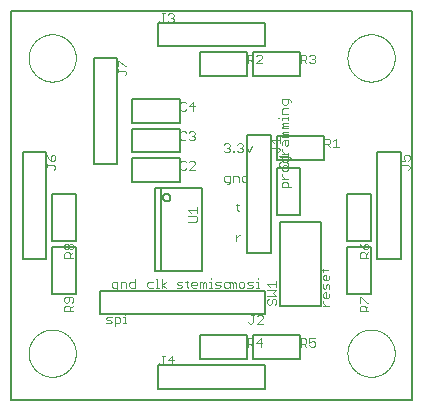
<source format=gto>
G75*
%MOIN*%
%OFA0B0*%
%FSLAX25Y25*%
%IPPOS*%
%LPD*%
%AMOC8*
5,1,8,0,0,1.08239X$1,22.5*
%
%ADD10C,0.00500*%
%ADD11C,0.00000*%
%ADD12C,0.00300*%
D10*
X0003000Y0003000D02*
X0003000Y0132921D01*
X0136858Y0132921D01*
X0136858Y0003000D01*
X0003000Y0003000D01*
X0032764Y0031701D02*
X0032764Y0039575D01*
X0087882Y0039575D01*
X0087882Y0031701D01*
X0032764Y0031701D01*
X0024654Y0038433D02*
X0024654Y0054181D01*
X0016780Y0054181D01*
X0016780Y0038433D01*
X0024654Y0038433D01*
X0014811Y0050244D02*
X0006937Y0050244D01*
X0006937Y0085677D01*
X0014811Y0085677D01*
X0014811Y0050244D01*
X0016780Y0056150D02*
X0024654Y0056150D01*
X0024654Y0071898D01*
X0016780Y0071898D01*
X0016780Y0056150D01*
X0030559Y0081740D02*
X0030559Y0117173D01*
X0038433Y0117173D01*
X0038433Y0081740D01*
X0030559Y0081740D01*
X0043551Y0083709D02*
X0043551Y0075835D01*
X0059299Y0075835D01*
X0059299Y0083709D01*
X0043551Y0083709D01*
X0043551Y0085677D02*
X0043551Y0093551D01*
X0059299Y0093551D01*
X0059299Y0085677D01*
X0043551Y0085677D01*
X0043551Y0095520D02*
X0043551Y0103394D01*
X0059299Y0103394D01*
X0059299Y0095520D01*
X0043551Y0095520D01*
X0051031Y0073866D02*
X0053000Y0073866D01*
X0053000Y0046307D01*
X0053394Y0046307D01*
X0066780Y0046307D01*
X0066780Y0073866D01*
X0053000Y0073866D01*
X0051031Y0073866D02*
X0051031Y0046307D01*
X0053000Y0046307D01*
X0065992Y0024654D02*
X0065992Y0016780D01*
X0081740Y0016780D01*
X0081740Y0024654D01*
X0065992Y0024654D01*
X0052213Y0014811D02*
X0087646Y0014811D01*
X0087646Y0006937D01*
X0052213Y0006937D01*
X0052213Y0014811D01*
X0083709Y0016780D02*
X0083709Y0024654D01*
X0099457Y0024654D01*
X0099457Y0016780D01*
X0083709Y0016780D01*
X0092567Y0034575D02*
X0106268Y0034575D01*
X0106268Y0062449D01*
X0092567Y0062449D01*
X0092567Y0034575D01*
X0089614Y0052213D02*
X0081740Y0052213D01*
X0081740Y0091583D01*
X0089614Y0091583D01*
X0089614Y0052213D01*
X0091583Y0064811D02*
X0099457Y0064811D01*
X0099457Y0080559D01*
X0091583Y0080559D01*
X0091583Y0064811D01*
X0091583Y0083315D02*
X0091583Y0091189D01*
X0107331Y0091189D01*
X0107331Y0083315D01*
X0091583Y0083315D01*
X0115205Y0071898D02*
X0123079Y0071898D01*
X0123079Y0056150D01*
X0115205Y0056150D01*
X0115205Y0071898D01*
X0125047Y0085677D02*
X0125047Y0050244D01*
X0132921Y0050244D01*
X0132921Y0085677D01*
X0125047Y0085677D01*
X0099457Y0111268D02*
X0099457Y0119142D01*
X0083709Y0119142D01*
X0083709Y0111268D01*
X0099457Y0111268D01*
X0087646Y0121110D02*
X0052213Y0121110D01*
X0052213Y0128984D01*
X0087646Y0128984D01*
X0087646Y0121110D01*
X0081740Y0119142D02*
X0065992Y0119142D01*
X0065992Y0111268D01*
X0081740Y0111268D01*
X0081740Y0119142D01*
X0053724Y0070717D02*
X0053726Y0070787D01*
X0053732Y0070858D01*
X0053742Y0070927D01*
X0053756Y0070996D01*
X0053774Y0071065D01*
X0053795Y0071132D01*
X0053820Y0071198D01*
X0053849Y0071262D01*
X0053882Y0071324D01*
X0053918Y0071385D01*
X0053958Y0071443D01*
X0054000Y0071499D01*
X0054046Y0071553D01*
X0054095Y0071604D01*
X0054146Y0071652D01*
X0054201Y0071697D01*
X0054257Y0071739D01*
X0054316Y0071777D01*
X0054377Y0071812D01*
X0054440Y0071844D01*
X0054505Y0071872D01*
X0054571Y0071897D01*
X0054638Y0071917D01*
X0054707Y0071934D01*
X0054776Y0071947D01*
X0054846Y0071956D01*
X0054916Y0071961D01*
X0054987Y0071962D01*
X0055057Y0071959D01*
X0055127Y0071952D01*
X0055197Y0071941D01*
X0055266Y0071926D01*
X0055334Y0071907D01*
X0055400Y0071885D01*
X0055466Y0071859D01*
X0055530Y0071829D01*
X0055592Y0071795D01*
X0055652Y0071758D01*
X0055709Y0071718D01*
X0055765Y0071674D01*
X0055818Y0071628D01*
X0055868Y0071578D01*
X0055915Y0071526D01*
X0055959Y0071471D01*
X0056000Y0071414D01*
X0056038Y0071355D01*
X0056073Y0071293D01*
X0056103Y0071230D01*
X0056131Y0071165D01*
X0056154Y0071098D01*
X0056174Y0071031D01*
X0056190Y0070962D01*
X0056202Y0070893D01*
X0056210Y0070823D01*
X0056214Y0070752D01*
X0056214Y0070682D01*
X0056210Y0070611D01*
X0056202Y0070541D01*
X0056190Y0070472D01*
X0056174Y0070403D01*
X0056154Y0070336D01*
X0056131Y0070269D01*
X0056103Y0070204D01*
X0056073Y0070141D01*
X0056038Y0070079D01*
X0056000Y0070020D01*
X0055959Y0069963D01*
X0055915Y0069908D01*
X0055868Y0069856D01*
X0055818Y0069806D01*
X0055765Y0069760D01*
X0055709Y0069716D01*
X0055652Y0069676D01*
X0055591Y0069639D01*
X0055530Y0069605D01*
X0055466Y0069575D01*
X0055400Y0069549D01*
X0055334Y0069527D01*
X0055266Y0069508D01*
X0055197Y0069493D01*
X0055127Y0069482D01*
X0055057Y0069475D01*
X0054987Y0069472D01*
X0054916Y0069473D01*
X0054846Y0069478D01*
X0054776Y0069487D01*
X0054707Y0069500D01*
X0054638Y0069517D01*
X0054571Y0069537D01*
X0054505Y0069562D01*
X0054440Y0069590D01*
X0054377Y0069622D01*
X0054316Y0069657D01*
X0054257Y0069695D01*
X0054201Y0069737D01*
X0054146Y0069782D01*
X0054095Y0069830D01*
X0054046Y0069881D01*
X0054000Y0069935D01*
X0053958Y0069991D01*
X0053918Y0070049D01*
X0053882Y0070110D01*
X0053849Y0070172D01*
X0053820Y0070236D01*
X0053795Y0070302D01*
X0053774Y0070369D01*
X0053756Y0070438D01*
X0053742Y0070507D01*
X0053732Y0070576D01*
X0053726Y0070647D01*
X0053724Y0070717D01*
X0115205Y0054181D02*
X0115205Y0038433D01*
X0123079Y0038433D01*
X0123079Y0054181D01*
X0115205Y0054181D01*
D11*
X0115205Y0018748D02*
X0115207Y0018941D01*
X0115214Y0019134D01*
X0115226Y0019327D01*
X0115243Y0019520D01*
X0115264Y0019712D01*
X0115290Y0019903D01*
X0115321Y0020094D01*
X0115356Y0020284D01*
X0115396Y0020473D01*
X0115441Y0020661D01*
X0115490Y0020848D01*
X0115544Y0021034D01*
X0115602Y0021218D01*
X0115665Y0021401D01*
X0115733Y0021582D01*
X0115804Y0021761D01*
X0115881Y0021939D01*
X0115961Y0022115D01*
X0116046Y0022288D01*
X0116135Y0022460D01*
X0116228Y0022629D01*
X0116325Y0022796D01*
X0116427Y0022961D01*
X0116532Y0023123D01*
X0116641Y0023282D01*
X0116755Y0023439D01*
X0116872Y0023592D01*
X0116992Y0023743D01*
X0117117Y0023891D01*
X0117245Y0024036D01*
X0117376Y0024177D01*
X0117511Y0024316D01*
X0117650Y0024451D01*
X0117791Y0024582D01*
X0117936Y0024710D01*
X0118084Y0024835D01*
X0118235Y0024955D01*
X0118388Y0025072D01*
X0118545Y0025186D01*
X0118704Y0025295D01*
X0118866Y0025400D01*
X0119031Y0025502D01*
X0119198Y0025599D01*
X0119367Y0025692D01*
X0119539Y0025781D01*
X0119712Y0025866D01*
X0119888Y0025946D01*
X0120066Y0026023D01*
X0120245Y0026094D01*
X0120426Y0026162D01*
X0120609Y0026225D01*
X0120793Y0026283D01*
X0120979Y0026337D01*
X0121166Y0026386D01*
X0121354Y0026431D01*
X0121543Y0026471D01*
X0121733Y0026506D01*
X0121924Y0026537D01*
X0122115Y0026563D01*
X0122307Y0026584D01*
X0122500Y0026601D01*
X0122693Y0026613D01*
X0122886Y0026620D01*
X0123079Y0026622D01*
X0123272Y0026620D01*
X0123465Y0026613D01*
X0123658Y0026601D01*
X0123851Y0026584D01*
X0124043Y0026563D01*
X0124234Y0026537D01*
X0124425Y0026506D01*
X0124615Y0026471D01*
X0124804Y0026431D01*
X0124992Y0026386D01*
X0125179Y0026337D01*
X0125365Y0026283D01*
X0125549Y0026225D01*
X0125732Y0026162D01*
X0125913Y0026094D01*
X0126092Y0026023D01*
X0126270Y0025946D01*
X0126446Y0025866D01*
X0126619Y0025781D01*
X0126791Y0025692D01*
X0126960Y0025599D01*
X0127127Y0025502D01*
X0127292Y0025400D01*
X0127454Y0025295D01*
X0127613Y0025186D01*
X0127770Y0025072D01*
X0127923Y0024955D01*
X0128074Y0024835D01*
X0128222Y0024710D01*
X0128367Y0024582D01*
X0128508Y0024451D01*
X0128647Y0024316D01*
X0128782Y0024177D01*
X0128913Y0024036D01*
X0129041Y0023891D01*
X0129166Y0023743D01*
X0129286Y0023592D01*
X0129403Y0023439D01*
X0129517Y0023282D01*
X0129626Y0023123D01*
X0129731Y0022961D01*
X0129833Y0022796D01*
X0129930Y0022629D01*
X0130023Y0022460D01*
X0130112Y0022288D01*
X0130197Y0022115D01*
X0130277Y0021939D01*
X0130354Y0021761D01*
X0130425Y0021582D01*
X0130493Y0021401D01*
X0130556Y0021218D01*
X0130614Y0021034D01*
X0130668Y0020848D01*
X0130717Y0020661D01*
X0130762Y0020473D01*
X0130802Y0020284D01*
X0130837Y0020094D01*
X0130868Y0019903D01*
X0130894Y0019712D01*
X0130915Y0019520D01*
X0130932Y0019327D01*
X0130944Y0019134D01*
X0130951Y0018941D01*
X0130953Y0018748D01*
X0130951Y0018555D01*
X0130944Y0018362D01*
X0130932Y0018169D01*
X0130915Y0017976D01*
X0130894Y0017784D01*
X0130868Y0017593D01*
X0130837Y0017402D01*
X0130802Y0017212D01*
X0130762Y0017023D01*
X0130717Y0016835D01*
X0130668Y0016648D01*
X0130614Y0016462D01*
X0130556Y0016278D01*
X0130493Y0016095D01*
X0130425Y0015914D01*
X0130354Y0015735D01*
X0130277Y0015557D01*
X0130197Y0015381D01*
X0130112Y0015208D01*
X0130023Y0015036D01*
X0129930Y0014867D01*
X0129833Y0014700D01*
X0129731Y0014535D01*
X0129626Y0014373D01*
X0129517Y0014214D01*
X0129403Y0014057D01*
X0129286Y0013904D01*
X0129166Y0013753D01*
X0129041Y0013605D01*
X0128913Y0013460D01*
X0128782Y0013319D01*
X0128647Y0013180D01*
X0128508Y0013045D01*
X0128367Y0012914D01*
X0128222Y0012786D01*
X0128074Y0012661D01*
X0127923Y0012541D01*
X0127770Y0012424D01*
X0127613Y0012310D01*
X0127454Y0012201D01*
X0127292Y0012096D01*
X0127127Y0011994D01*
X0126960Y0011897D01*
X0126791Y0011804D01*
X0126619Y0011715D01*
X0126446Y0011630D01*
X0126270Y0011550D01*
X0126092Y0011473D01*
X0125913Y0011402D01*
X0125732Y0011334D01*
X0125549Y0011271D01*
X0125365Y0011213D01*
X0125179Y0011159D01*
X0124992Y0011110D01*
X0124804Y0011065D01*
X0124615Y0011025D01*
X0124425Y0010990D01*
X0124234Y0010959D01*
X0124043Y0010933D01*
X0123851Y0010912D01*
X0123658Y0010895D01*
X0123465Y0010883D01*
X0123272Y0010876D01*
X0123079Y0010874D01*
X0122886Y0010876D01*
X0122693Y0010883D01*
X0122500Y0010895D01*
X0122307Y0010912D01*
X0122115Y0010933D01*
X0121924Y0010959D01*
X0121733Y0010990D01*
X0121543Y0011025D01*
X0121354Y0011065D01*
X0121166Y0011110D01*
X0120979Y0011159D01*
X0120793Y0011213D01*
X0120609Y0011271D01*
X0120426Y0011334D01*
X0120245Y0011402D01*
X0120066Y0011473D01*
X0119888Y0011550D01*
X0119712Y0011630D01*
X0119539Y0011715D01*
X0119367Y0011804D01*
X0119198Y0011897D01*
X0119031Y0011994D01*
X0118866Y0012096D01*
X0118704Y0012201D01*
X0118545Y0012310D01*
X0118388Y0012424D01*
X0118235Y0012541D01*
X0118084Y0012661D01*
X0117936Y0012786D01*
X0117791Y0012914D01*
X0117650Y0013045D01*
X0117511Y0013180D01*
X0117376Y0013319D01*
X0117245Y0013460D01*
X0117117Y0013605D01*
X0116992Y0013753D01*
X0116872Y0013904D01*
X0116755Y0014057D01*
X0116641Y0014214D01*
X0116532Y0014373D01*
X0116427Y0014535D01*
X0116325Y0014700D01*
X0116228Y0014867D01*
X0116135Y0015036D01*
X0116046Y0015208D01*
X0115961Y0015381D01*
X0115881Y0015557D01*
X0115804Y0015735D01*
X0115733Y0015914D01*
X0115665Y0016095D01*
X0115602Y0016278D01*
X0115544Y0016462D01*
X0115490Y0016648D01*
X0115441Y0016835D01*
X0115396Y0017023D01*
X0115356Y0017212D01*
X0115321Y0017402D01*
X0115290Y0017593D01*
X0115264Y0017784D01*
X0115243Y0017976D01*
X0115226Y0018169D01*
X0115214Y0018362D01*
X0115207Y0018555D01*
X0115205Y0018748D01*
X0008906Y0018748D02*
X0008908Y0018941D01*
X0008915Y0019134D01*
X0008927Y0019327D01*
X0008944Y0019520D01*
X0008965Y0019712D01*
X0008991Y0019903D01*
X0009022Y0020094D01*
X0009057Y0020284D01*
X0009097Y0020473D01*
X0009142Y0020661D01*
X0009191Y0020848D01*
X0009245Y0021034D01*
X0009303Y0021218D01*
X0009366Y0021401D01*
X0009434Y0021582D01*
X0009505Y0021761D01*
X0009582Y0021939D01*
X0009662Y0022115D01*
X0009747Y0022288D01*
X0009836Y0022460D01*
X0009929Y0022629D01*
X0010026Y0022796D01*
X0010128Y0022961D01*
X0010233Y0023123D01*
X0010342Y0023282D01*
X0010456Y0023439D01*
X0010573Y0023592D01*
X0010693Y0023743D01*
X0010818Y0023891D01*
X0010946Y0024036D01*
X0011077Y0024177D01*
X0011212Y0024316D01*
X0011351Y0024451D01*
X0011492Y0024582D01*
X0011637Y0024710D01*
X0011785Y0024835D01*
X0011936Y0024955D01*
X0012089Y0025072D01*
X0012246Y0025186D01*
X0012405Y0025295D01*
X0012567Y0025400D01*
X0012732Y0025502D01*
X0012899Y0025599D01*
X0013068Y0025692D01*
X0013240Y0025781D01*
X0013413Y0025866D01*
X0013589Y0025946D01*
X0013767Y0026023D01*
X0013946Y0026094D01*
X0014127Y0026162D01*
X0014310Y0026225D01*
X0014494Y0026283D01*
X0014680Y0026337D01*
X0014867Y0026386D01*
X0015055Y0026431D01*
X0015244Y0026471D01*
X0015434Y0026506D01*
X0015625Y0026537D01*
X0015816Y0026563D01*
X0016008Y0026584D01*
X0016201Y0026601D01*
X0016394Y0026613D01*
X0016587Y0026620D01*
X0016780Y0026622D01*
X0016973Y0026620D01*
X0017166Y0026613D01*
X0017359Y0026601D01*
X0017552Y0026584D01*
X0017744Y0026563D01*
X0017935Y0026537D01*
X0018126Y0026506D01*
X0018316Y0026471D01*
X0018505Y0026431D01*
X0018693Y0026386D01*
X0018880Y0026337D01*
X0019066Y0026283D01*
X0019250Y0026225D01*
X0019433Y0026162D01*
X0019614Y0026094D01*
X0019793Y0026023D01*
X0019971Y0025946D01*
X0020147Y0025866D01*
X0020320Y0025781D01*
X0020492Y0025692D01*
X0020661Y0025599D01*
X0020828Y0025502D01*
X0020993Y0025400D01*
X0021155Y0025295D01*
X0021314Y0025186D01*
X0021471Y0025072D01*
X0021624Y0024955D01*
X0021775Y0024835D01*
X0021923Y0024710D01*
X0022068Y0024582D01*
X0022209Y0024451D01*
X0022348Y0024316D01*
X0022483Y0024177D01*
X0022614Y0024036D01*
X0022742Y0023891D01*
X0022867Y0023743D01*
X0022987Y0023592D01*
X0023104Y0023439D01*
X0023218Y0023282D01*
X0023327Y0023123D01*
X0023432Y0022961D01*
X0023534Y0022796D01*
X0023631Y0022629D01*
X0023724Y0022460D01*
X0023813Y0022288D01*
X0023898Y0022115D01*
X0023978Y0021939D01*
X0024055Y0021761D01*
X0024126Y0021582D01*
X0024194Y0021401D01*
X0024257Y0021218D01*
X0024315Y0021034D01*
X0024369Y0020848D01*
X0024418Y0020661D01*
X0024463Y0020473D01*
X0024503Y0020284D01*
X0024538Y0020094D01*
X0024569Y0019903D01*
X0024595Y0019712D01*
X0024616Y0019520D01*
X0024633Y0019327D01*
X0024645Y0019134D01*
X0024652Y0018941D01*
X0024654Y0018748D01*
X0024652Y0018555D01*
X0024645Y0018362D01*
X0024633Y0018169D01*
X0024616Y0017976D01*
X0024595Y0017784D01*
X0024569Y0017593D01*
X0024538Y0017402D01*
X0024503Y0017212D01*
X0024463Y0017023D01*
X0024418Y0016835D01*
X0024369Y0016648D01*
X0024315Y0016462D01*
X0024257Y0016278D01*
X0024194Y0016095D01*
X0024126Y0015914D01*
X0024055Y0015735D01*
X0023978Y0015557D01*
X0023898Y0015381D01*
X0023813Y0015208D01*
X0023724Y0015036D01*
X0023631Y0014867D01*
X0023534Y0014700D01*
X0023432Y0014535D01*
X0023327Y0014373D01*
X0023218Y0014214D01*
X0023104Y0014057D01*
X0022987Y0013904D01*
X0022867Y0013753D01*
X0022742Y0013605D01*
X0022614Y0013460D01*
X0022483Y0013319D01*
X0022348Y0013180D01*
X0022209Y0013045D01*
X0022068Y0012914D01*
X0021923Y0012786D01*
X0021775Y0012661D01*
X0021624Y0012541D01*
X0021471Y0012424D01*
X0021314Y0012310D01*
X0021155Y0012201D01*
X0020993Y0012096D01*
X0020828Y0011994D01*
X0020661Y0011897D01*
X0020492Y0011804D01*
X0020320Y0011715D01*
X0020147Y0011630D01*
X0019971Y0011550D01*
X0019793Y0011473D01*
X0019614Y0011402D01*
X0019433Y0011334D01*
X0019250Y0011271D01*
X0019066Y0011213D01*
X0018880Y0011159D01*
X0018693Y0011110D01*
X0018505Y0011065D01*
X0018316Y0011025D01*
X0018126Y0010990D01*
X0017935Y0010959D01*
X0017744Y0010933D01*
X0017552Y0010912D01*
X0017359Y0010895D01*
X0017166Y0010883D01*
X0016973Y0010876D01*
X0016780Y0010874D01*
X0016587Y0010876D01*
X0016394Y0010883D01*
X0016201Y0010895D01*
X0016008Y0010912D01*
X0015816Y0010933D01*
X0015625Y0010959D01*
X0015434Y0010990D01*
X0015244Y0011025D01*
X0015055Y0011065D01*
X0014867Y0011110D01*
X0014680Y0011159D01*
X0014494Y0011213D01*
X0014310Y0011271D01*
X0014127Y0011334D01*
X0013946Y0011402D01*
X0013767Y0011473D01*
X0013589Y0011550D01*
X0013413Y0011630D01*
X0013240Y0011715D01*
X0013068Y0011804D01*
X0012899Y0011897D01*
X0012732Y0011994D01*
X0012567Y0012096D01*
X0012405Y0012201D01*
X0012246Y0012310D01*
X0012089Y0012424D01*
X0011936Y0012541D01*
X0011785Y0012661D01*
X0011637Y0012786D01*
X0011492Y0012914D01*
X0011351Y0013045D01*
X0011212Y0013180D01*
X0011077Y0013319D01*
X0010946Y0013460D01*
X0010818Y0013605D01*
X0010693Y0013753D01*
X0010573Y0013904D01*
X0010456Y0014057D01*
X0010342Y0014214D01*
X0010233Y0014373D01*
X0010128Y0014535D01*
X0010026Y0014700D01*
X0009929Y0014867D01*
X0009836Y0015036D01*
X0009747Y0015208D01*
X0009662Y0015381D01*
X0009582Y0015557D01*
X0009505Y0015735D01*
X0009434Y0015914D01*
X0009366Y0016095D01*
X0009303Y0016278D01*
X0009245Y0016462D01*
X0009191Y0016648D01*
X0009142Y0016835D01*
X0009097Y0017023D01*
X0009057Y0017212D01*
X0009022Y0017402D01*
X0008991Y0017593D01*
X0008965Y0017784D01*
X0008944Y0017976D01*
X0008927Y0018169D01*
X0008915Y0018362D01*
X0008908Y0018555D01*
X0008906Y0018748D01*
X0008906Y0117173D02*
X0008908Y0117366D01*
X0008915Y0117559D01*
X0008927Y0117752D01*
X0008944Y0117945D01*
X0008965Y0118137D01*
X0008991Y0118328D01*
X0009022Y0118519D01*
X0009057Y0118709D01*
X0009097Y0118898D01*
X0009142Y0119086D01*
X0009191Y0119273D01*
X0009245Y0119459D01*
X0009303Y0119643D01*
X0009366Y0119826D01*
X0009434Y0120007D01*
X0009505Y0120186D01*
X0009582Y0120364D01*
X0009662Y0120540D01*
X0009747Y0120713D01*
X0009836Y0120885D01*
X0009929Y0121054D01*
X0010026Y0121221D01*
X0010128Y0121386D01*
X0010233Y0121548D01*
X0010342Y0121707D01*
X0010456Y0121864D01*
X0010573Y0122017D01*
X0010693Y0122168D01*
X0010818Y0122316D01*
X0010946Y0122461D01*
X0011077Y0122602D01*
X0011212Y0122741D01*
X0011351Y0122876D01*
X0011492Y0123007D01*
X0011637Y0123135D01*
X0011785Y0123260D01*
X0011936Y0123380D01*
X0012089Y0123497D01*
X0012246Y0123611D01*
X0012405Y0123720D01*
X0012567Y0123825D01*
X0012732Y0123927D01*
X0012899Y0124024D01*
X0013068Y0124117D01*
X0013240Y0124206D01*
X0013413Y0124291D01*
X0013589Y0124371D01*
X0013767Y0124448D01*
X0013946Y0124519D01*
X0014127Y0124587D01*
X0014310Y0124650D01*
X0014494Y0124708D01*
X0014680Y0124762D01*
X0014867Y0124811D01*
X0015055Y0124856D01*
X0015244Y0124896D01*
X0015434Y0124931D01*
X0015625Y0124962D01*
X0015816Y0124988D01*
X0016008Y0125009D01*
X0016201Y0125026D01*
X0016394Y0125038D01*
X0016587Y0125045D01*
X0016780Y0125047D01*
X0016973Y0125045D01*
X0017166Y0125038D01*
X0017359Y0125026D01*
X0017552Y0125009D01*
X0017744Y0124988D01*
X0017935Y0124962D01*
X0018126Y0124931D01*
X0018316Y0124896D01*
X0018505Y0124856D01*
X0018693Y0124811D01*
X0018880Y0124762D01*
X0019066Y0124708D01*
X0019250Y0124650D01*
X0019433Y0124587D01*
X0019614Y0124519D01*
X0019793Y0124448D01*
X0019971Y0124371D01*
X0020147Y0124291D01*
X0020320Y0124206D01*
X0020492Y0124117D01*
X0020661Y0124024D01*
X0020828Y0123927D01*
X0020993Y0123825D01*
X0021155Y0123720D01*
X0021314Y0123611D01*
X0021471Y0123497D01*
X0021624Y0123380D01*
X0021775Y0123260D01*
X0021923Y0123135D01*
X0022068Y0123007D01*
X0022209Y0122876D01*
X0022348Y0122741D01*
X0022483Y0122602D01*
X0022614Y0122461D01*
X0022742Y0122316D01*
X0022867Y0122168D01*
X0022987Y0122017D01*
X0023104Y0121864D01*
X0023218Y0121707D01*
X0023327Y0121548D01*
X0023432Y0121386D01*
X0023534Y0121221D01*
X0023631Y0121054D01*
X0023724Y0120885D01*
X0023813Y0120713D01*
X0023898Y0120540D01*
X0023978Y0120364D01*
X0024055Y0120186D01*
X0024126Y0120007D01*
X0024194Y0119826D01*
X0024257Y0119643D01*
X0024315Y0119459D01*
X0024369Y0119273D01*
X0024418Y0119086D01*
X0024463Y0118898D01*
X0024503Y0118709D01*
X0024538Y0118519D01*
X0024569Y0118328D01*
X0024595Y0118137D01*
X0024616Y0117945D01*
X0024633Y0117752D01*
X0024645Y0117559D01*
X0024652Y0117366D01*
X0024654Y0117173D01*
X0024652Y0116980D01*
X0024645Y0116787D01*
X0024633Y0116594D01*
X0024616Y0116401D01*
X0024595Y0116209D01*
X0024569Y0116018D01*
X0024538Y0115827D01*
X0024503Y0115637D01*
X0024463Y0115448D01*
X0024418Y0115260D01*
X0024369Y0115073D01*
X0024315Y0114887D01*
X0024257Y0114703D01*
X0024194Y0114520D01*
X0024126Y0114339D01*
X0024055Y0114160D01*
X0023978Y0113982D01*
X0023898Y0113806D01*
X0023813Y0113633D01*
X0023724Y0113461D01*
X0023631Y0113292D01*
X0023534Y0113125D01*
X0023432Y0112960D01*
X0023327Y0112798D01*
X0023218Y0112639D01*
X0023104Y0112482D01*
X0022987Y0112329D01*
X0022867Y0112178D01*
X0022742Y0112030D01*
X0022614Y0111885D01*
X0022483Y0111744D01*
X0022348Y0111605D01*
X0022209Y0111470D01*
X0022068Y0111339D01*
X0021923Y0111211D01*
X0021775Y0111086D01*
X0021624Y0110966D01*
X0021471Y0110849D01*
X0021314Y0110735D01*
X0021155Y0110626D01*
X0020993Y0110521D01*
X0020828Y0110419D01*
X0020661Y0110322D01*
X0020492Y0110229D01*
X0020320Y0110140D01*
X0020147Y0110055D01*
X0019971Y0109975D01*
X0019793Y0109898D01*
X0019614Y0109827D01*
X0019433Y0109759D01*
X0019250Y0109696D01*
X0019066Y0109638D01*
X0018880Y0109584D01*
X0018693Y0109535D01*
X0018505Y0109490D01*
X0018316Y0109450D01*
X0018126Y0109415D01*
X0017935Y0109384D01*
X0017744Y0109358D01*
X0017552Y0109337D01*
X0017359Y0109320D01*
X0017166Y0109308D01*
X0016973Y0109301D01*
X0016780Y0109299D01*
X0016587Y0109301D01*
X0016394Y0109308D01*
X0016201Y0109320D01*
X0016008Y0109337D01*
X0015816Y0109358D01*
X0015625Y0109384D01*
X0015434Y0109415D01*
X0015244Y0109450D01*
X0015055Y0109490D01*
X0014867Y0109535D01*
X0014680Y0109584D01*
X0014494Y0109638D01*
X0014310Y0109696D01*
X0014127Y0109759D01*
X0013946Y0109827D01*
X0013767Y0109898D01*
X0013589Y0109975D01*
X0013413Y0110055D01*
X0013240Y0110140D01*
X0013068Y0110229D01*
X0012899Y0110322D01*
X0012732Y0110419D01*
X0012567Y0110521D01*
X0012405Y0110626D01*
X0012246Y0110735D01*
X0012089Y0110849D01*
X0011936Y0110966D01*
X0011785Y0111086D01*
X0011637Y0111211D01*
X0011492Y0111339D01*
X0011351Y0111470D01*
X0011212Y0111605D01*
X0011077Y0111744D01*
X0010946Y0111885D01*
X0010818Y0112030D01*
X0010693Y0112178D01*
X0010573Y0112329D01*
X0010456Y0112482D01*
X0010342Y0112639D01*
X0010233Y0112798D01*
X0010128Y0112960D01*
X0010026Y0113125D01*
X0009929Y0113292D01*
X0009836Y0113461D01*
X0009747Y0113633D01*
X0009662Y0113806D01*
X0009582Y0113982D01*
X0009505Y0114160D01*
X0009434Y0114339D01*
X0009366Y0114520D01*
X0009303Y0114703D01*
X0009245Y0114887D01*
X0009191Y0115073D01*
X0009142Y0115260D01*
X0009097Y0115448D01*
X0009057Y0115637D01*
X0009022Y0115827D01*
X0008991Y0116018D01*
X0008965Y0116209D01*
X0008944Y0116401D01*
X0008927Y0116594D01*
X0008915Y0116787D01*
X0008908Y0116980D01*
X0008906Y0117173D01*
X0115205Y0117173D02*
X0115207Y0117366D01*
X0115214Y0117559D01*
X0115226Y0117752D01*
X0115243Y0117945D01*
X0115264Y0118137D01*
X0115290Y0118328D01*
X0115321Y0118519D01*
X0115356Y0118709D01*
X0115396Y0118898D01*
X0115441Y0119086D01*
X0115490Y0119273D01*
X0115544Y0119459D01*
X0115602Y0119643D01*
X0115665Y0119826D01*
X0115733Y0120007D01*
X0115804Y0120186D01*
X0115881Y0120364D01*
X0115961Y0120540D01*
X0116046Y0120713D01*
X0116135Y0120885D01*
X0116228Y0121054D01*
X0116325Y0121221D01*
X0116427Y0121386D01*
X0116532Y0121548D01*
X0116641Y0121707D01*
X0116755Y0121864D01*
X0116872Y0122017D01*
X0116992Y0122168D01*
X0117117Y0122316D01*
X0117245Y0122461D01*
X0117376Y0122602D01*
X0117511Y0122741D01*
X0117650Y0122876D01*
X0117791Y0123007D01*
X0117936Y0123135D01*
X0118084Y0123260D01*
X0118235Y0123380D01*
X0118388Y0123497D01*
X0118545Y0123611D01*
X0118704Y0123720D01*
X0118866Y0123825D01*
X0119031Y0123927D01*
X0119198Y0124024D01*
X0119367Y0124117D01*
X0119539Y0124206D01*
X0119712Y0124291D01*
X0119888Y0124371D01*
X0120066Y0124448D01*
X0120245Y0124519D01*
X0120426Y0124587D01*
X0120609Y0124650D01*
X0120793Y0124708D01*
X0120979Y0124762D01*
X0121166Y0124811D01*
X0121354Y0124856D01*
X0121543Y0124896D01*
X0121733Y0124931D01*
X0121924Y0124962D01*
X0122115Y0124988D01*
X0122307Y0125009D01*
X0122500Y0125026D01*
X0122693Y0125038D01*
X0122886Y0125045D01*
X0123079Y0125047D01*
X0123272Y0125045D01*
X0123465Y0125038D01*
X0123658Y0125026D01*
X0123851Y0125009D01*
X0124043Y0124988D01*
X0124234Y0124962D01*
X0124425Y0124931D01*
X0124615Y0124896D01*
X0124804Y0124856D01*
X0124992Y0124811D01*
X0125179Y0124762D01*
X0125365Y0124708D01*
X0125549Y0124650D01*
X0125732Y0124587D01*
X0125913Y0124519D01*
X0126092Y0124448D01*
X0126270Y0124371D01*
X0126446Y0124291D01*
X0126619Y0124206D01*
X0126791Y0124117D01*
X0126960Y0124024D01*
X0127127Y0123927D01*
X0127292Y0123825D01*
X0127454Y0123720D01*
X0127613Y0123611D01*
X0127770Y0123497D01*
X0127923Y0123380D01*
X0128074Y0123260D01*
X0128222Y0123135D01*
X0128367Y0123007D01*
X0128508Y0122876D01*
X0128647Y0122741D01*
X0128782Y0122602D01*
X0128913Y0122461D01*
X0129041Y0122316D01*
X0129166Y0122168D01*
X0129286Y0122017D01*
X0129403Y0121864D01*
X0129517Y0121707D01*
X0129626Y0121548D01*
X0129731Y0121386D01*
X0129833Y0121221D01*
X0129930Y0121054D01*
X0130023Y0120885D01*
X0130112Y0120713D01*
X0130197Y0120540D01*
X0130277Y0120364D01*
X0130354Y0120186D01*
X0130425Y0120007D01*
X0130493Y0119826D01*
X0130556Y0119643D01*
X0130614Y0119459D01*
X0130668Y0119273D01*
X0130717Y0119086D01*
X0130762Y0118898D01*
X0130802Y0118709D01*
X0130837Y0118519D01*
X0130868Y0118328D01*
X0130894Y0118137D01*
X0130915Y0117945D01*
X0130932Y0117752D01*
X0130944Y0117559D01*
X0130951Y0117366D01*
X0130953Y0117173D01*
X0130951Y0116980D01*
X0130944Y0116787D01*
X0130932Y0116594D01*
X0130915Y0116401D01*
X0130894Y0116209D01*
X0130868Y0116018D01*
X0130837Y0115827D01*
X0130802Y0115637D01*
X0130762Y0115448D01*
X0130717Y0115260D01*
X0130668Y0115073D01*
X0130614Y0114887D01*
X0130556Y0114703D01*
X0130493Y0114520D01*
X0130425Y0114339D01*
X0130354Y0114160D01*
X0130277Y0113982D01*
X0130197Y0113806D01*
X0130112Y0113633D01*
X0130023Y0113461D01*
X0129930Y0113292D01*
X0129833Y0113125D01*
X0129731Y0112960D01*
X0129626Y0112798D01*
X0129517Y0112639D01*
X0129403Y0112482D01*
X0129286Y0112329D01*
X0129166Y0112178D01*
X0129041Y0112030D01*
X0128913Y0111885D01*
X0128782Y0111744D01*
X0128647Y0111605D01*
X0128508Y0111470D01*
X0128367Y0111339D01*
X0128222Y0111211D01*
X0128074Y0111086D01*
X0127923Y0110966D01*
X0127770Y0110849D01*
X0127613Y0110735D01*
X0127454Y0110626D01*
X0127292Y0110521D01*
X0127127Y0110419D01*
X0126960Y0110322D01*
X0126791Y0110229D01*
X0126619Y0110140D01*
X0126446Y0110055D01*
X0126270Y0109975D01*
X0126092Y0109898D01*
X0125913Y0109827D01*
X0125732Y0109759D01*
X0125549Y0109696D01*
X0125365Y0109638D01*
X0125179Y0109584D01*
X0124992Y0109535D01*
X0124804Y0109490D01*
X0124615Y0109450D01*
X0124425Y0109415D01*
X0124234Y0109384D01*
X0124043Y0109358D01*
X0123851Y0109337D01*
X0123658Y0109320D01*
X0123465Y0109308D01*
X0123272Y0109301D01*
X0123079Y0109299D01*
X0122886Y0109301D01*
X0122693Y0109308D01*
X0122500Y0109320D01*
X0122307Y0109337D01*
X0122115Y0109358D01*
X0121924Y0109384D01*
X0121733Y0109415D01*
X0121543Y0109450D01*
X0121354Y0109490D01*
X0121166Y0109535D01*
X0120979Y0109584D01*
X0120793Y0109638D01*
X0120609Y0109696D01*
X0120426Y0109759D01*
X0120245Y0109827D01*
X0120066Y0109898D01*
X0119888Y0109975D01*
X0119712Y0110055D01*
X0119539Y0110140D01*
X0119367Y0110229D01*
X0119198Y0110322D01*
X0119031Y0110419D01*
X0118866Y0110521D01*
X0118704Y0110626D01*
X0118545Y0110735D01*
X0118388Y0110849D01*
X0118235Y0110966D01*
X0118084Y0111086D01*
X0117936Y0111211D01*
X0117791Y0111339D01*
X0117650Y0111470D01*
X0117511Y0111605D01*
X0117376Y0111744D01*
X0117245Y0111885D01*
X0117117Y0112030D01*
X0116992Y0112178D01*
X0116872Y0112329D01*
X0116755Y0112482D01*
X0116641Y0112639D01*
X0116532Y0112798D01*
X0116427Y0112960D01*
X0116325Y0113125D01*
X0116228Y0113292D01*
X0116135Y0113461D01*
X0116046Y0113633D01*
X0115961Y0113806D01*
X0115881Y0113982D01*
X0115804Y0114160D01*
X0115733Y0114339D01*
X0115665Y0114520D01*
X0115602Y0114703D01*
X0115544Y0114887D01*
X0115490Y0115073D01*
X0115441Y0115260D01*
X0115396Y0115448D01*
X0115356Y0115637D01*
X0115321Y0115827D01*
X0115290Y0116018D01*
X0115264Y0116209D01*
X0115243Y0116401D01*
X0115226Y0116594D01*
X0115214Y0116787D01*
X0115207Y0116980D01*
X0115205Y0117173D01*
D12*
X0104488Y0117290D02*
X0104004Y0116806D01*
X0104488Y0116322D01*
X0104488Y0115838D01*
X0104004Y0115355D01*
X0103037Y0115355D01*
X0102553Y0115838D01*
X0101542Y0115355D02*
X0100574Y0116322D01*
X0101058Y0116322D02*
X0099607Y0116322D01*
X0099607Y0115355D02*
X0099607Y0118257D01*
X0101058Y0118257D01*
X0101542Y0117773D01*
X0101542Y0116806D01*
X0101058Y0116322D01*
X0102553Y0117773D02*
X0103037Y0118257D01*
X0104004Y0118257D01*
X0104488Y0117773D01*
X0104488Y0117290D01*
X0104004Y0116806D02*
X0103521Y0116806D01*
X0095853Y0103452D02*
X0093435Y0103452D01*
X0093435Y0102001D01*
X0093918Y0101517D01*
X0094886Y0101517D01*
X0095370Y0102001D01*
X0095370Y0103452D01*
X0095853Y0103452D02*
X0096337Y0102968D01*
X0096337Y0102484D01*
X0095370Y0100505D02*
X0093918Y0100505D01*
X0093435Y0100022D01*
X0093435Y0098570D01*
X0095370Y0098570D01*
X0095370Y0097574D02*
X0095370Y0096606D01*
X0095370Y0097090D02*
X0093435Y0097090D01*
X0093435Y0096606D01*
X0092467Y0097090D02*
X0091983Y0097090D01*
X0093918Y0095595D02*
X0095370Y0095595D01*
X0095370Y0094627D02*
X0093918Y0094627D01*
X0093435Y0095111D01*
X0093918Y0095595D01*
X0093918Y0094627D02*
X0093435Y0094143D01*
X0093435Y0093660D01*
X0095370Y0093660D01*
X0095370Y0092648D02*
X0093918Y0092648D01*
X0093435Y0092164D01*
X0093918Y0091681D01*
X0095370Y0091681D01*
X0095370Y0090713D02*
X0093435Y0090713D01*
X0093435Y0091197D01*
X0093918Y0091681D01*
X0092664Y0090721D02*
X0092664Y0088786D01*
X0093435Y0089218D02*
X0093918Y0089702D01*
X0095370Y0089702D01*
X0095370Y0088250D01*
X0094886Y0087767D01*
X0094402Y0088250D01*
X0094402Y0089702D01*
X0093435Y0089218D02*
X0093435Y0088250D01*
X0093435Y0086762D02*
X0093435Y0086279D01*
X0094402Y0085311D01*
X0093435Y0085311D02*
X0095370Y0085311D01*
X0095370Y0085591D02*
X0095370Y0083656D01*
X0095370Y0084300D02*
X0095370Y0082848D01*
X0094886Y0082365D01*
X0093918Y0082365D01*
X0093435Y0082848D01*
X0093435Y0084300D01*
X0095853Y0084300D01*
X0096337Y0083816D01*
X0096337Y0083332D01*
X0095370Y0082160D02*
X0094886Y0082644D01*
X0095370Y0082160D02*
X0095370Y0081193D01*
X0094886Y0080709D01*
X0092951Y0080709D01*
X0092467Y0081193D01*
X0092467Y0082160D01*
X0092951Y0082644D01*
X0093435Y0083656D02*
X0092467Y0084623D01*
X0095370Y0084623D01*
X0092664Y0086323D02*
X0092664Y0086807D01*
X0092180Y0087291D01*
X0089762Y0087291D01*
X0089762Y0086807D02*
X0089762Y0087775D01*
X0090729Y0088786D02*
X0089762Y0089754D01*
X0092664Y0089754D01*
X0092664Y0086323D02*
X0092180Y0085840D01*
X0093918Y0081353D02*
X0093435Y0080869D01*
X0093435Y0079902D01*
X0093918Y0079418D01*
X0094886Y0079418D01*
X0095370Y0079902D01*
X0095370Y0080869D01*
X0094886Y0081353D01*
X0093918Y0081353D01*
X0093435Y0078414D02*
X0093435Y0077930D01*
X0094402Y0076963D01*
X0093435Y0076963D02*
X0095370Y0076963D01*
X0094886Y0075951D02*
X0095370Y0075467D01*
X0095370Y0074016D01*
X0096337Y0074016D02*
X0093435Y0074016D01*
X0093435Y0075467D01*
X0093918Y0075951D01*
X0094886Y0075951D01*
X0081844Y0075985D02*
X0080393Y0075985D01*
X0079909Y0076468D01*
X0079909Y0077436D01*
X0080393Y0077920D01*
X0081844Y0077920D01*
X0081844Y0078887D02*
X0081844Y0075985D01*
X0078898Y0075985D02*
X0078898Y0077436D01*
X0078414Y0077920D01*
X0076963Y0077920D01*
X0076963Y0075985D01*
X0075951Y0075985D02*
X0074500Y0075985D01*
X0074016Y0076468D01*
X0074016Y0077436D01*
X0074500Y0077920D01*
X0075951Y0077920D01*
X0075951Y0075501D01*
X0075467Y0075017D01*
X0074984Y0075017D01*
X0078437Y0068561D02*
X0078437Y0066626D01*
X0078921Y0066142D01*
X0078921Y0068077D02*
X0077953Y0068077D01*
X0077953Y0058235D02*
X0077953Y0056300D01*
X0077953Y0057267D02*
X0078921Y0058235D01*
X0079404Y0058235D01*
X0065105Y0063095D02*
X0065105Y0064063D01*
X0064621Y0064546D01*
X0062203Y0064546D01*
X0063170Y0065558D02*
X0062203Y0066525D01*
X0065105Y0066525D01*
X0065105Y0065558D02*
X0065105Y0067493D01*
X0065105Y0063095D02*
X0064621Y0062611D01*
X0062203Y0062611D01*
X0062396Y0079922D02*
X0064331Y0081857D01*
X0064331Y0082340D01*
X0063847Y0082824D01*
X0062879Y0082824D01*
X0062396Y0082340D01*
X0061384Y0082340D02*
X0060900Y0082824D01*
X0059933Y0082824D01*
X0059449Y0082340D01*
X0059449Y0080405D01*
X0059933Y0079922D01*
X0060900Y0079922D01*
X0061384Y0080405D01*
X0062396Y0079922D02*
X0064331Y0079922D01*
X0063847Y0089764D02*
X0062879Y0089764D01*
X0062396Y0090248D01*
X0061384Y0090248D02*
X0060900Y0089764D01*
X0059933Y0089764D01*
X0059449Y0090248D01*
X0059449Y0092183D01*
X0059933Y0092667D01*
X0060900Y0092667D01*
X0061384Y0092183D01*
X0062396Y0092183D02*
X0062879Y0092667D01*
X0063847Y0092667D01*
X0064331Y0092183D01*
X0064331Y0091699D01*
X0063847Y0091215D01*
X0064331Y0090732D01*
X0064331Y0090248D01*
X0063847Y0089764D01*
X0063847Y0091215D02*
X0063363Y0091215D01*
X0063847Y0099607D02*
X0063847Y0102509D01*
X0062396Y0101058D01*
X0064331Y0101058D01*
X0061384Y0102025D02*
X0060900Y0102509D01*
X0059933Y0102509D01*
X0059449Y0102025D01*
X0059449Y0100090D01*
X0059933Y0099607D01*
X0060900Y0099607D01*
X0061384Y0100090D01*
X0074016Y0088246D02*
X0074500Y0088730D01*
X0075467Y0088730D01*
X0075951Y0088246D01*
X0075951Y0087762D01*
X0075467Y0087278D01*
X0075951Y0086795D01*
X0075951Y0086311D01*
X0075467Y0085827D01*
X0074500Y0085827D01*
X0074016Y0086311D01*
X0074984Y0087278D02*
X0075467Y0087278D01*
X0076963Y0086311D02*
X0077446Y0086311D01*
X0077446Y0085827D01*
X0076963Y0085827D01*
X0076963Y0086311D01*
X0078436Y0086311D02*
X0078920Y0085827D01*
X0079887Y0085827D01*
X0080371Y0086311D01*
X0080371Y0086795D01*
X0079887Y0087278D01*
X0079403Y0087278D01*
X0079887Y0087278D02*
X0080371Y0087762D01*
X0080371Y0088246D01*
X0079887Y0088730D01*
X0078920Y0088730D01*
X0078436Y0088246D01*
X0081382Y0087762D02*
X0082350Y0085827D01*
X0083317Y0087762D01*
X0107481Y0087402D02*
X0107481Y0090304D01*
X0108932Y0090304D01*
X0109416Y0089821D01*
X0109416Y0088853D01*
X0108932Y0088369D01*
X0107481Y0088369D01*
X0108448Y0088369D02*
X0109416Y0087402D01*
X0110427Y0087402D02*
X0112362Y0087402D01*
X0111395Y0087402D02*
X0111395Y0090304D01*
X0110427Y0089337D01*
X0133069Y0084816D02*
X0133069Y0082881D01*
X0134520Y0082881D01*
X0134036Y0083848D01*
X0134036Y0084332D01*
X0134520Y0084816D01*
X0135488Y0084816D01*
X0135971Y0084332D01*
X0135971Y0083364D01*
X0135488Y0082881D01*
X0135971Y0083364D01*
X0135971Y0084332D01*
X0135488Y0084816D01*
X0134520Y0084816D01*
X0134036Y0084332D01*
X0134036Y0083848D01*
X0134520Y0082881D01*
X0133069Y0082881D01*
X0133069Y0084816D01*
X0133069Y0081869D02*
X0133069Y0080902D01*
X0133069Y0081869D01*
X0133069Y0081385D02*
X0135488Y0081385D01*
X0135971Y0080902D01*
X0135971Y0080418D01*
X0135488Y0079934D01*
X0135971Y0080418D01*
X0135971Y0080902D01*
X0135488Y0081385D01*
X0133069Y0081385D01*
X0121708Y0055288D02*
X0121224Y0055288D01*
X0120741Y0054804D01*
X0120741Y0053353D01*
X0121708Y0053353D01*
X0122192Y0053837D01*
X0122192Y0054804D01*
X0121708Y0055288D01*
X0119773Y0054321D02*
X0120741Y0053353D01*
X0120741Y0052342D02*
X0119773Y0052342D01*
X0119289Y0051858D01*
X0119289Y0050407D01*
X0122192Y0050407D01*
X0121224Y0050407D02*
X0121224Y0051858D01*
X0120741Y0052342D01*
X0121224Y0051374D02*
X0122192Y0052342D01*
X0119773Y0054321D02*
X0119289Y0055288D01*
X0109149Y0046909D02*
X0108665Y0046425D01*
X0106730Y0046425D01*
X0107214Y0045941D02*
X0107214Y0046909D01*
X0107698Y0044930D02*
X0108182Y0044930D01*
X0108182Y0042995D01*
X0108665Y0042995D02*
X0107698Y0042995D01*
X0107214Y0043478D01*
X0107214Y0044446D01*
X0107698Y0044930D01*
X0109149Y0044446D02*
X0109149Y0043478D01*
X0108665Y0042995D01*
X0108665Y0041983D02*
X0108182Y0041499D01*
X0108182Y0040532D01*
X0107698Y0040048D01*
X0107214Y0040532D01*
X0107214Y0041983D01*
X0108665Y0041983D02*
X0109149Y0041499D01*
X0109149Y0040048D01*
X0108182Y0039036D02*
X0108182Y0037101D01*
X0108665Y0037101D02*
X0107698Y0037101D01*
X0107214Y0037585D01*
X0107214Y0038553D01*
X0107698Y0039036D01*
X0108182Y0039036D01*
X0109149Y0038553D02*
X0109149Y0037585D01*
X0108665Y0037101D01*
X0107214Y0036097D02*
X0107214Y0035614D01*
X0108182Y0034646D01*
X0109149Y0034646D02*
X0107214Y0034646D01*
X0104488Y0023769D02*
X0102553Y0023769D01*
X0102553Y0022318D01*
X0103521Y0022802D01*
X0104004Y0022802D01*
X0104488Y0022318D01*
X0104488Y0021350D01*
X0104004Y0020867D01*
X0103037Y0020867D01*
X0102553Y0021350D01*
X0101542Y0020867D02*
X0100574Y0021834D01*
X0101058Y0021834D02*
X0099607Y0021834D01*
X0099607Y0020867D02*
X0099607Y0023769D01*
X0101058Y0023769D01*
X0101542Y0023285D01*
X0101542Y0022318D01*
X0101058Y0021834D01*
X0090910Y0034882D02*
X0091393Y0035366D01*
X0091393Y0036334D01*
X0090910Y0036817D01*
X0090426Y0036817D01*
X0089942Y0036334D01*
X0089942Y0035366D01*
X0089458Y0034882D01*
X0088975Y0034882D01*
X0088491Y0035366D01*
X0088491Y0036334D01*
X0088975Y0036817D01*
X0088491Y0037829D02*
X0091393Y0037829D01*
X0090426Y0038796D01*
X0091393Y0039764D01*
X0088491Y0039764D01*
X0089458Y0040775D02*
X0088491Y0041743D01*
X0091393Y0041743D01*
X0091393Y0042710D02*
X0091393Y0040775D01*
X0085792Y0040552D02*
X0084824Y0040552D01*
X0085308Y0040552D02*
X0085308Y0042487D01*
X0084824Y0042487D01*
X0083813Y0042487D02*
X0082361Y0042487D01*
X0081878Y0042003D01*
X0082361Y0041519D01*
X0083329Y0041519D01*
X0083813Y0041035D01*
X0083329Y0040552D01*
X0081878Y0040552D01*
X0080866Y0041035D02*
X0080866Y0042003D01*
X0080382Y0042487D01*
X0079415Y0042487D01*
X0078931Y0042003D01*
X0078931Y0041035D01*
X0079415Y0040552D01*
X0080382Y0040552D01*
X0080866Y0041035D01*
X0077920Y0040552D02*
X0077920Y0042003D01*
X0077436Y0042487D01*
X0076952Y0042003D01*
X0076952Y0040552D01*
X0075985Y0040552D02*
X0075985Y0042487D01*
X0076468Y0042487D01*
X0076952Y0042003D01*
X0075934Y0042003D02*
X0075934Y0041035D01*
X0075451Y0040552D01*
X0074483Y0040552D01*
X0074000Y0041035D01*
X0074000Y0042003D01*
X0074483Y0042487D01*
X0075451Y0042487D01*
X0075934Y0042003D01*
X0072988Y0042487D02*
X0071537Y0042487D01*
X0071053Y0042003D01*
X0071537Y0041519D01*
X0072504Y0041519D01*
X0072988Y0041035D01*
X0072504Y0040552D01*
X0071053Y0040552D01*
X0070056Y0040552D02*
X0069089Y0040552D01*
X0069572Y0040552D02*
X0069572Y0042487D01*
X0069089Y0042487D01*
X0069572Y0043454D02*
X0069572Y0043938D01*
X0068077Y0042003D02*
X0068077Y0040552D01*
X0067110Y0040552D02*
X0067110Y0042003D01*
X0067593Y0042487D01*
X0068077Y0042003D01*
X0067110Y0042003D02*
X0066626Y0042487D01*
X0066142Y0042487D01*
X0066142Y0040552D01*
X0065114Y0041519D02*
X0063179Y0041519D01*
X0063179Y0041035D02*
X0063179Y0042003D01*
X0063663Y0042487D01*
X0064630Y0042487D01*
X0065114Y0042003D01*
X0065114Y0041519D01*
X0064630Y0040552D02*
X0063663Y0040552D01*
X0063179Y0041035D01*
X0062182Y0040552D02*
X0061698Y0041035D01*
X0061698Y0042970D01*
X0061215Y0042487D02*
X0062182Y0042487D01*
X0060203Y0042487D02*
X0058752Y0042487D01*
X0058268Y0042003D01*
X0058752Y0041519D01*
X0059719Y0041519D01*
X0060203Y0041035D01*
X0059719Y0040552D01*
X0058268Y0040552D01*
X0054788Y0040552D02*
X0053336Y0041519D01*
X0054788Y0042487D01*
X0053336Y0043454D02*
X0053336Y0040552D01*
X0052340Y0040552D02*
X0051372Y0040552D01*
X0051856Y0040552D02*
X0051856Y0043454D01*
X0051372Y0043454D01*
X0050361Y0042487D02*
X0048909Y0042487D01*
X0048426Y0042003D01*
X0048426Y0041035D01*
X0048909Y0040552D01*
X0050361Y0040552D01*
X0044443Y0040552D02*
X0042991Y0040552D01*
X0042508Y0041035D01*
X0042508Y0042003D01*
X0042991Y0042487D01*
X0044443Y0042487D01*
X0044443Y0043454D02*
X0044443Y0040552D01*
X0041496Y0040552D02*
X0041496Y0042003D01*
X0041012Y0042487D01*
X0039561Y0042487D01*
X0039561Y0040552D01*
X0038550Y0040552D02*
X0037098Y0040552D01*
X0036615Y0041035D01*
X0036615Y0042003D01*
X0037098Y0042487D01*
X0038550Y0042487D01*
X0038550Y0040068D01*
X0038066Y0039584D01*
X0037582Y0039584D01*
X0041023Y0032127D02*
X0041023Y0031643D01*
X0041023Y0030676D02*
X0041023Y0028741D01*
X0040539Y0028741D02*
X0041507Y0028741D01*
X0041023Y0030676D02*
X0040539Y0030676D01*
X0039528Y0030192D02*
X0039528Y0029224D01*
X0039044Y0028741D01*
X0037593Y0028741D01*
X0037593Y0027773D02*
X0037593Y0030676D01*
X0039044Y0030676D01*
X0039528Y0030192D01*
X0036581Y0030676D02*
X0035130Y0030676D01*
X0034646Y0030192D01*
X0035130Y0029708D01*
X0036097Y0029708D01*
X0036581Y0029224D01*
X0036097Y0028741D01*
X0034646Y0028741D01*
X0023767Y0032690D02*
X0020864Y0032690D01*
X0020864Y0034141D01*
X0021348Y0034625D01*
X0022315Y0034625D01*
X0022799Y0034141D01*
X0022799Y0032690D01*
X0022799Y0033658D02*
X0023767Y0034625D01*
X0023283Y0035637D02*
X0023767Y0036120D01*
X0023767Y0037088D01*
X0023283Y0037572D01*
X0021348Y0037572D01*
X0020864Y0037088D01*
X0020864Y0036120D01*
X0021348Y0035637D01*
X0021832Y0035637D01*
X0022315Y0036120D01*
X0022315Y0037572D01*
X0022799Y0050407D02*
X0022799Y0051858D01*
X0022315Y0052342D01*
X0021348Y0052342D01*
X0020864Y0051858D01*
X0020864Y0050407D01*
X0023767Y0050407D01*
X0022799Y0051374D02*
X0023767Y0052342D01*
X0023283Y0053353D02*
X0022799Y0053353D01*
X0022315Y0053837D01*
X0022315Y0054804D01*
X0022799Y0055288D01*
X0023283Y0055288D01*
X0023767Y0054804D01*
X0023767Y0053837D01*
X0023283Y0053353D01*
X0022315Y0053837D02*
X0021832Y0053353D01*
X0021348Y0053353D01*
X0020864Y0053837D01*
X0020864Y0054804D01*
X0021348Y0055288D01*
X0021832Y0055288D01*
X0022315Y0054804D01*
X0017377Y0079934D02*
X0017861Y0080418D01*
X0017861Y0080902D01*
X0017377Y0081385D01*
X0014959Y0081385D01*
X0017377Y0081385D01*
X0017861Y0080902D01*
X0017861Y0080418D01*
X0017377Y0079934D01*
X0014959Y0080902D02*
X0014959Y0081869D01*
X0014959Y0080902D01*
X0016410Y0082881D02*
X0016410Y0084332D01*
X0016894Y0084816D01*
X0017377Y0084816D01*
X0017861Y0084332D01*
X0017861Y0083364D01*
X0017377Y0082881D01*
X0016410Y0082881D01*
X0015442Y0083848D01*
X0014959Y0084816D01*
X0015442Y0083848D01*
X0016410Y0082881D01*
X0016410Y0084332D01*
X0016894Y0084816D01*
X0017377Y0084816D01*
X0017861Y0084332D01*
X0017861Y0083364D01*
X0017377Y0082881D01*
X0016410Y0082881D01*
X0038581Y0112398D02*
X0038581Y0113365D01*
X0038581Y0112398D01*
X0038581Y0112881D02*
X0040999Y0112881D01*
X0041483Y0112398D01*
X0041483Y0111914D01*
X0040999Y0111430D01*
X0041483Y0111914D01*
X0041483Y0112398D01*
X0040999Y0112881D01*
X0038581Y0112881D01*
X0038581Y0114377D02*
X0038581Y0116312D01*
X0039064Y0116312D01*
X0040999Y0114377D01*
X0041483Y0114377D01*
X0040999Y0114377D01*
X0039064Y0116312D01*
X0038581Y0116312D01*
X0038581Y0114377D01*
X0052846Y0129134D02*
X0052363Y0129618D01*
X0052846Y0129134D01*
X0053330Y0129134D01*
X0053814Y0129618D01*
X0053814Y0132037D01*
X0053814Y0129618D01*
X0053330Y0129134D01*
X0052846Y0129134D01*
X0055309Y0129618D02*
X0055793Y0129134D01*
X0056760Y0129134D01*
X0057244Y0129618D01*
X0057244Y0130102D01*
X0056760Y0130585D01*
X0056277Y0130585D01*
X0056760Y0130585D01*
X0057244Y0131069D01*
X0057244Y0131553D01*
X0056760Y0132037D01*
X0055793Y0132037D01*
X0055309Y0131553D01*
X0055793Y0132037D01*
X0056760Y0132037D01*
X0057244Y0131553D01*
X0057244Y0131069D01*
X0056760Y0130585D01*
X0057244Y0130102D01*
X0057244Y0129618D01*
X0056760Y0129134D01*
X0055793Y0129134D01*
X0055309Y0129618D01*
X0054298Y0132037D02*
X0053330Y0132037D01*
X0054298Y0132037D01*
X0081890Y0118257D02*
X0081890Y0115355D01*
X0081890Y0116322D02*
X0083341Y0116322D01*
X0083825Y0116806D01*
X0083825Y0117773D01*
X0083341Y0118257D01*
X0081890Y0118257D01*
X0082858Y0116322D02*
X0083825Y0115355D01*
X0084837Y0115355D02*
X0086772Y0117290D01*
X0086772Y0117773D01*
X0086288Y0118257D01*
X0085320Y0118257D01*
X0084837Y0117773D01*
X0084837Y0115355D02*
X0086772Y0115355D01*
X0085308Y0043938D02*
X0085308Y0043454D01*
X0085569Y0031553D02*
X0085085Y0031070D01*
X0085569Y0031553D02*
X0086537Y0031553D01*
X0087020Y0031070D01*
X0087020Y0030586D01*
X0085085Y0028651D01*
X0087020Y0028651D01*
X0083590Y0029135D02*
X0083590Y0031553D01*
X0083106Y0031553D02*
X0084074Y0031553D01*
X0083590Y0029135D02*
X0083106Y0028651D01*
X0082623Y0028651D01*
X0082139Y0029135D01*
X0081890Y0023769D02*
X0083341Y0023769D01*
X0083825Y0023285D01*
X0083825Y0022318D01*
X0083341Y0021834D01*
X0081890Y0021834D01*
X0081890Y0020867D02*
X0081890Y0023769D01*
X0082858Y0021834D02*
X0083825Y0020867D01*
X0084837Y0022318D02*
X0086772Y0022318D01*
X0086288Y0020867D02*
X0086288Y0023769D01*
X0084837Y0022318D01*
X0057244Y0016412D02*
X0055309Y0016412D01*
X0056760Y0017863D01*
X0056760Y0014961D01*
X0056760Y0017863D01*
X0055309Y0016412D01*
X0057244Y0016412D01*
X0054298Y0017863D02*
X0053330Y0017863D01*
X0054298Y0017863D01*
X0053814Y0017863D02*
X0053814Y0015445D01*
X0053330Y0014961D01*
X0052846Y0014961D01*
X0052363Y0015445D01*
X0052846Y0014961D01*
X0053330Y0014961D01*
X0053814Y0015445D01*
X0053814Y0017863D01*
X0119289Y0032690D02*
X0119289Y0034141D01*
X0119773Y0034625D01*
X0120741Y0034625D01*
X0121224Y0034141D01*
X0121224Y0032690D01*
X0121224Y0033658D02*
X0122192Y0034625D01*
X0122192Y0035637D02*
X0121708Y0035637D01*
X0119773Y0037572D01*
X0119289Y0037572D01*
X0119289Y0035637D01*
X0119289Y0032690D02*
X0122192Y0032690D01*
M02*

</source>
